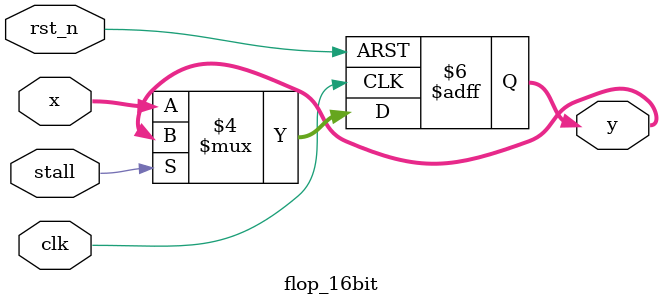
<source format=v>
module flop_16bit(rst_n, x, y,clk,stall);
input rst_n,clk,stall;
input [15:0] x;
output reg [15:0]y;

always @(posedge clk, negedge rst_n)begin
if(!rst_n)
y<=0;
else if(stall)
y<=y;
else
y<=x;

end
endmodule

</source>
